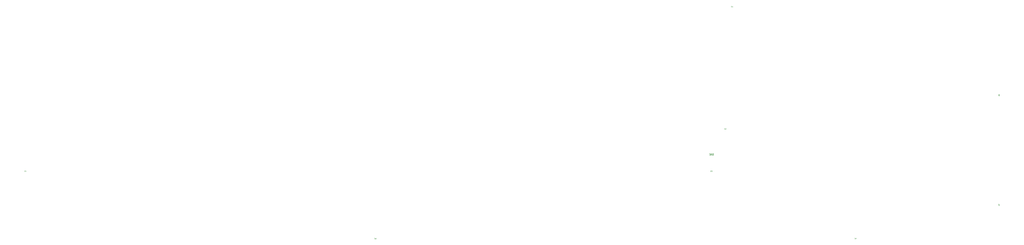
<source format=gbr>
%TF.GenerationSoftware,KiCad,Pcbnew,7.0.2*%
%TF.CreationDate,2023-07-13T16:44:56+10:00*%
%TF.ProjectId,W1-AT PCB,57312d41-5420-4504-9342-2e6b69636164,rev?*%
%TF.SameCoordinates,Original*%
%TF.FileFunction,Legend,Top*%
%TF.FilePolarity,Positive*%
%FSLAX46Y46*%
G04 Gerber Fmt 4.6, Leading zero omitted, Abs format (unit mm)*
G04 Created by KiCad (PCBNEW 7.0.2) date 2023-07-13 16:44:56*
%MOMM*%
%LPD*%
G01*
G04 APERTURE LIST*
%ADD10C,0.100000*%
%ADD11C,1.750000*%
%ADD12C,4.000000*%
%ADD13C,2.500000*%
%ADD14C,3.048000*%
%ADD15C,3.987800*%
%ADD16R,1.700000X1.700000*%
%ADD17O,1.700000X1.700000*%
G04 APERTURE END LIST*
D10*
%TO.C,S1*%
X171938988Y-98303000D02*
X171996131Y-98336333D01*
X171996131Y-98336333D02*
X172091369Y-98336333D01*
X172091369Y-98336333D02*
X172129464Y-98303000D01*
X172129464Y-98303000D02*
X172148512Y-98269666D01*
X172148512Y-98269666D02*
X172167559Y-98203000D01*
X172167559Y-98203000D02*
X172167559Y-98136333D01*
X172167559Y-98136333D02*
X172148512Y-98069666D01*
X172148512Y-98069666D02*
X172129464Y-98036333D01*
X172129464Y-98036333D02*
X172091369Y-98003000D01*
X172091369Y-98003000D02*
X172015178Y-97969666D01*
X172015178Y-97969666D02*
X171977083Y-97936333D01*
X171977083Y-97936333D02*
X171958036Y-97903000D01*
X171958036Y-97903000D02*
X171938988Y-97836333D01*
X171938988Y-97836333D02*
X171938988Y-97769666D01*
X171938988Y-97769666D02*
X171958036Y-97703000D01*
X171958036Y-97703000D02*
X171977083Y-97669666D01*
X171977083Y-97669666D02*
X172015178Y-97636333D01*
X172015178Y-97636333D02*
X172110417Y-97636333D01*
X172110417Y-97636333D02*
X172167559Y-97669666D01*
X172548511Y-98336333D02*
X172319940Y-98336333D01*
X172434226Y-98336333D02*
X172434226Y-97636333D01*
X172434226Y-97636333D02*
X172396130Y-97736333D01*
X172396130Y-97736333D02*
X172358035Y-97803000D01*
X172358035Y-97803000D02*
X172319940Y-97836333D01*
%TO.C,S4*%
X417207738Y-41153000D02*
X417264881Y-41186333D01*
X417264881Y-41186333D02*
X417360119Y-41186333D01*
X417360119Y-41186333D02*
X417398214Y-41153000D01*
X417398214Y-41153000D02*
X417417262Y-41119666D01*
X417417262Y-41119666D02*
X417436309Y-41053000D01*
X417436309Y-41053000D02*
X417436309Y-40986333D01*
X417436309Y-40986333D02*
X417417262Y-40919666D01*
X417417262Y-40919666D02*
X417398214Y-40886333D01*
X417398214Y-40886333D02*
X417360119Y-40853000D01*
X417360119Y-40853000D02*
X417283928Y-40819666D01*
X417283928Y-40819666D02*
X417245833Y-40786333D01*
X417245833Y-40786333D02*
X417226786Y-40753000D01*
X417226786Y-40753000D02*
X417207738Y-40686333D01*
X417207738Y-40686333D02*
X417207738Y-40619666D01*
X417207738Y-40619666D02*
X417226786Y-40553000D01*
X417226786Y-40553000D02*
X417245833Y-40519666D01*
X417245833Y-40519666D02*
X417283928Y-40486333D01*
X417283928Y-40486333D02*
X417379167Y-40486333D01*
X417379167Y-40486333D02*
X417436309Y-40519666D01*
X417779166Y-40719666D02*
X417779166Y-41186333D01*
X417683928Y-40453000D02*
X417588690Y-40953000D01*
X417588690Y-40953000D02*
X417836309Y-40953000D01*
%TO.C,S8*%
X510290500Y-71742261D02*
X510323833Y-71685118D01*
X510323833Y-71685118D02*
X510323833Y-71589880D01*
X510323833Y-71589880D02*
X510290500Y-71551785D01*
X510290500Y-71551785D02*
X510257166Y-71532737D01*
X510257166Y-71532737D02*
X510190500Y-71513690D01*
X510190500Y-71513690D02*
X510123833Y-71513690D01*
X510123833Y-71513690D02*
X510057166Y-71532737D01*
X510057166Y-71532737D02*
X510023833Y-71551785D01*
X510023833Y-71551785D02*
X509990500Y-71589880D01*
X509990500Y-71589880D02*
X509957166Y-71666071D01*
X509957166Y-71666071D02*
X509923833Y-71704166D01*
X509923833Y-71704166D02*
X509890500Y-71723213D01*
X509890500Y-71723213D02*
X509823833Y-71742261D01*
X509823833Y-71742261D02*
X509757166Y-71742261D01*
X509757166Y-71742261D02*
X509690500Y-71723213D01*
X509690500Y-71723213D02*
X509657166Y-71704166D01*
X509657166Y-71704166D02*
X509623833Y-71666071D01*
X509623833Y-71666071D02*
X509623833Y-71570832D01*
X509623833Y-71570832D02*
X509657166Y-71513690D01*
X509923833Y-71285119D02*
X509890500Y-71323214D01*
X509890500Y-71323214D02*
X509857166Y-71342261D01*
X509857166Y-71342261D02*
X509790500Y-71361309D01*
X509790500Y-71361309D02*
X509757166Y-71361309D01*
X509757166Y-71361309D02*
X509690500Y-71342261D01*
X509690500Y-71342261D02*
X509657166Y-71323214D01*
X509657166Y-71323214D02*
X509623833Y-71285119D01*
X509623833Y-71285119D02*
X509623833Y-71208928D01*
X509623833Y-71208928D02*
X509657166Y-71170833D01*
X509657166Y-71170833D02*
X509690500Y-71151785D01*
X509690500Y-71151785D02*
X509757166Y-71132738D01*
X509757166Y-71132738D02*
X509790500Y-71132738D01*
X509790500Y-71132738D02*
X509857166Y-71151785D01*
X509857166Y-71151785D02*
X509890500Y-71170833D01*
X509890500Y-71170833D02*
X509923833Y-71208928D01*
X509923833Y-71208928D02*
X509923833Y-71285119D01*
X509923833Y-71285119D02*
X509957166Y-71323214D01*
X509957166Y-71323214D02*
X509990500Y-71342261D01*
X509990500Y-71342261D02*
X510057166Y-71361309D01*
X510057166Y-71361309D02*
X510190500Y-71361309D01*
X510190500Y-71361309D02*
X510257166Y-71342261D01*
X510257166Y-71342261D02*
X510290500Y-71323214D01*
X510290500Y-71323214D02*
X510323833Y-71285119D01*
X510323833Y-71285119D02*
X510323833Y-71208928D01*
X510323833Y-71208928D02*
X510290500Y-71170833D01*
X510290500Y-71170833D02*
X510257166Y-71151785D01*
X510257166Y-71151785D02*
X510190500Y-71132738D01*
X510190500Y-71132738D02*
X510057166Y-71132738D01*
X510057166Y-71132738D02*
X509990500Y-71151785D01*
X509990500Y-71151785D02*
X509957166Y-71170833D01*
X509957166Y-71170833D02*
X509923833Y-71208928D01*
%TO.C,SW68*%
X409644941Y-92303000D02*
X409702084Y-92336333D01*
X409702084Y-92336333D02*
X409797322Y-92336333D01*
X409797322Y-92336333D02*
X409835417Y-92303000D01*
X409835417Y-92303000D02*
X409854465Y-92269666D01*
X409854465Y-92269666D02*
X409873512Y-92203000D01*
X409873512Y-92203000D02*
X409873512Y-92136333D01*
X409873512Y-92136333D02*
X409854465Y-92069666D01*
X409854465Y-92069666D02*
X409835417Y-92036333D01*
X409835417Y-92036333D02*
X409797322Y-92003000D01*
X409797322Y-92003000D02*
X409721131Y-91969666D01*
X409721131Y-91969666D02*
X409683036Y-91936333D01*
X409683036Y-91936333D02*
X409663989Y-91903000D01*
X409663989Y-91903000D02*
X409644941Y-91836333D01*
X409644941Y-91836333D02*
X409644941Y-91769666D01*
X409644941Y-91769666D02*
X409663989Y-91703000D01*
X409663989Y-91703000D02*
X409683036Y-91669666D01*
X409683036Y-91669666D02*
X409721131Y-91636333D01*
X409721131Y-91636333D02*
X409816370Y-91636333D01*
X409816370Y-91636333D02*
X409873512Y-91669666D01*
X410006845Y-91636333D02*
X410102083Y-92336333D01*
X410102083Y-92336333D02*
X410178274Y-91836333D01*
X410178274Y-91836333D02*
X410254464Y-92336333D01*
X410254464Y-92336333D02*
X410349703Y-91636333D01*
X410673512Y-91636333D02*
X410597322Y-91636333D01*
X410597322Y-91636333D02*
X410559226Y-91669666D01*
X410559226Y-91669666D02*
X410540179Y-91703000D01*
X410540179Y-91703000D02*
X410502084Y-91803000D01*
X410502084Y-91803000D02*
X410483036Y-91936333D01*
X410483036Y-91936333D02*
X410483036Y-92203000D01*
X410483036Y-92203000D02*
X410502084Y-92269666D01*
X410502084Y-92269666D02*
X410521131Y-92303000D01*
X410521131Y-92303000D02*
X410559226Y-92336333D01*
X410559226Y-92336333D02*
X410635417Y-92336333D01*
X410635417Y-92336333D02*
X410673512Y-92303000D01*
X410673512Y-92303000D02*
X410692560Y-92269666D01*
X410692560Y-92269666D02*
X410711607Y-92203000D01*
X410711607Y-92203000D02*
X410711607Y-92036333D01*
X410711607Y-92036333D02*
X410692560Y-91969666D01*
X410692560Y-91969666D02*
X410673512Y-91936333D01*
X410673512Y-91936333D02*
X410635417Y-91903000D01*
X410635417Y-91903000D02*
X410559226Y-91903000D01*
X410559226Y-91903000D02*
X410521131Y-91936333D01*
X410521131Y-91936333D02*
X410502084Y-91969666D01*
X410502084Y-91969666D02*
X410483036Y-92036333D01*
X410940178Y-91936333D02*
X410902083Y-91903000D01*
X410902083Y-91903000D02*
X410883036Y-91869666D01*
X410883036Y-91869666D02*
X410863988Y-91803000D01*
X410863988Y-91803000D02*
X410863988Y-91769666D01*
X410863988Y-91769666D02*
X410883036Y-91703000D01*
X410883036Y-91703000D02*
X410902083Y-91669666D01*
X410902083Y-91669666D02*
X410940178Y-91636333D01*
X410940178Y-91636333D02*
X411016369Y-91636333D01*
X411016369Y-91636333D02*
X411054464Y-91669666D01*
X411054464Y-91669666D02*
X411073512Y-91703000D01*
X411073512Y-91703000D02*
X411092559Y-91769666D01*
X411092559Y-91769666D02*
X411092559Y-91803000D01*
X411092559Y-91803000D02*
X411073512Y-91869666D01*
X411073512Y-91869666D02*
X411054464Y-91903000D01*
X411054464Y-91903000D02*
X411016369Y-91936333D01*
X411016369Y-91936333D02*
X410940178Y-91936333D01*
X410940178Y-91936333D02*
X410902083Y-91969666D01*
X410902083Y-91969666D02*
X410883036Y-92003000D01*
X410883036Y-92003000D02*
X410863988Y-92069666D01*
X410863988Y-92069666D02*
X410863988Y-92203000D01*
X410863988Y-92203000D02*
X410883036Y-92269666D01*
X410883036Y-92269666D02*
X410902083Y-92303000D01*
X410902083Y-92303000D02*
X410940178Y-92336333D01*
X410940178Y-92336333D02*
X411016369Y-92336333D01*
X411016369Y-92336333D02*
X411054464Y-92303000D01*
X411054464Y-92303000D02*
X411073512Y-92269666D01*
X411073512Y-92269666D02*
X411092559Y-92203000D01*
X411092559Y-92203000D02*
X411092559Y-92069666D01*
X411092559Y-92069666D02*
X411073512Y-92003000D01*
X411073512Y-92003000D02*
X411054464Y-91969666D01*
X411054464Y-91969666D02*
X411016369Y-91936333D01*
%TO.C,S5*%
X414794738Y-83253000D02*
X414851881Y-83286333D01*
X414851881Y-83286333D02*
X414947119Y-83286333D01*
X414947119Y-83286333D02*
X414985214Y-83253000D01*
X414985214Y-83253000D02*
X415004262Y-83219666D01*
X415004262Y-83219666D02*
X415023309Y-83153000D01*
X415023309Y-83153000D02*
X415023309Y-83086333D01*
X415023309Y-83086333D02*
X415004262Y-83019666D01*
X415004262Y-83019666D02*
X414985214Y-82986333D01*
X414985214Y-82986333D02*
X414947119Y-82953000D01*
X414947119Y-82953000D02*
X414870928Y-82919666D01*
X414870928Y-82919666D02*
X414832833Y-82886333D01*
X414832833Y-82886333D02*
X414813786Y-82853000D01*
X414813786Y-82853000D02*
X414794738Y-82786333D01*
X414794738Y-82786333D02*
X414794738Y-82719666D01*
X414794738Y-82719666D02*
X414813786Y-82653000D01*
X414813786Y-82653000D02*
X414832833Y-82619666D01*
X414832833Y-82619666D02*
X414870928Y-82586333D01*
X414870928Y-82586333D02*
X414966167Y-82586333D01*
X414966167Y-82586333D02*
X415023309Y-82619666D01*
X415385214Y-82586333D02*
X415194738Y-82586333D01*
X415194738Y-82586333D02*
X415175690Y-82919666D01*
X415175690Y-82919666D02*
X415194738Y-82886333D01*
X415194738Y-82886333D02*
X415232833Y-82853000D01*
X415232833Y-82853000D02*
X415328071Y-82853000D01*
X415328071Y-82853000D02*
X415366166Y-82886333D01*
X415366166Y-82886333D02*
X415385214Y-82919666D01*
X415385214Y-82919666D02*
X415404261Y-82986333D01*
X415404261Y-82986333D02*
X415404261Y-83153000D01*
X415404261Y-83153000D02*
X415385214Y-83219666D01*
X415385214Y-83219666D02*
X415366166Y-83253000D01*
X415366166Y-83253000D02*
X415328071Y-83286333D01*
X415328071Y-83286333D02*
X415232833Y-83286333D01*
X415232833Y-83286333D02*
X415194738Y-83253000D01*
X415194738Y-83253000D02*
X415175690Y-83219666D01*
%TO.C,S6*%
X410063988Y-98303000D02*
X410121131Y-98336333D01*
X410121131Y-98336333D02*
X410216369Y-98336333D01*
X410216369Y-98336333D02*
X410254464Y-98303000D01*
X410254464Y-98303000D02*
X410273512Y-98269666D01*
X410273512Y-98269666D02*
X410292559Y-98203000D01*
X410292559Y-98203000D02*
X410292559Y-98136333D01*
X410292559Y-98136333D02*
X410273512Y-98069666D01*
X410273512Y-98069666D02*
X410254464Y-98036333D01*
X410254464Y-98036333D02*
X410216369Y-98003000D01*
X410216369Y-98003000D02*
X410140178Y-97969666D01*
X410140178Y-97969666D02*
X410102083Y-97936333D01*
X410102083Y-97936333D02*
X410083036Y-97903000D01*
X410083036Y-97903000D02*
X410063988Y-97836333D01*
X410063988Y-97836333D02*
X410063988Y-97769666D01*
X410063988Y-97769666D02*
X410083036Y-97703000D01*
X410083036Y-97703000D02*
X410102083Y-97669666D01*
X410102083Y-97669666D02*
X410140178Y-97636333D01*
X410140178Y-97636333D02*
X410235417Y-97636333D01*
X410235417Y-97636333D02*
X410292559Y-97669666D01*
X410635416Y-97636333D02*
X410559226Y-97636333D01*
X410559226Y-97636333D02*
X410521130Y-97669666D01*
X410521130Y-97669666D02*
X410502083Y-97703000D01*
X410502083Y-97703000D02*
X410463988Y-97803000D01*
X410463988Y-97803000D02*
X410444940Y-97936333D01*
X410444940Y-97936333D02*
X410444940Y-98203000D01*
X410444940Y-98203000D02*
X410463988Y-98269666D01*
X410463988Y-98269666D02*
X410483035Y-98303000D01*
X410483035Y-98303000D02*
X410521130Y-98336333D01*
X410521130Y-98336333D02*
X410597321Y-98336333D01*
X410597321Y-98336333D02*
X410635416Y-98303000D01*
X410635416Y-98303000D02*
X410654464Y-98269666D01*
X410654464Y-98269666D02*
X410673511Y-98203000D01*
X410673511Y-98203000D02*
X410673511Y-98036333D01*
X410673511Y-98036333D02*
X410654464Y-97969666D01*
X410654464Y-97969666D02*
X410635416Y-97936333D01*
X410635416Y-97936333D02*
X410597321Y-97903000D01*
X410597321Y-97903000D02*
X410521130Y-97903000D01*
X410521130Y-97903000D02*
X410483035Y-97936333D01*
X410483035Y-97936333D02*
X410463988Y-97969666D01*
X410463988Y-97969666D02*
X410444940Y-98036333D01*
%TO.C,S7*%
X460070238Y-121353000D02*
X460127381Y-121386333D01*
X460127381Y-121386333D02*
X460222619Y-121386333D01*
X460222619Y-121386333D02*
X460260714Y-121353000D01*
X460260714Y-121353000D02*
X460279762Y-121319666D01*
X460279762Y-121319666D02*
X460298809Y-121253000D01*
X460298809Y-121253000D02*
X460298809Y-121186333D01*
X460298809Y-121186333D02*
X460279762Y-121119666D01*
X460279762Y-121119666D02*
X460260714Y-121086333D01*
X460260714Y-121086333D02*
X460222619Y-121053000D01*
X460222619Y-121053000D02*
X460146428Y-121019666D01*
X460146428Y-121019666D02*
X460108333Y-120986333D01*
X460108333Y-120986333D02*
X460089286Y-120953000D01*
X460089286Y-120953000D02*
X460070238Y-120886333D01*
X460070238Y-120886333D02*
X460070238Y-120819666D01*
X460070238Y-120819666D02*
X460089286Y-120753000D01*
X460089286Y-120753000D02*
X460108333Y-120719666D01*
X460108333Y-120719666D02*
X460146428Y-120686333D01*
X460146428Y-120686333D02*
X460241667Y-120686333D01*
X460241667Y-120686333D02*
X460298809Y-120719666D01*
X460432142Y-120686333D02*
X460698809Y-120686333D01*
X460698809Y-120686333D02*
X460527380Y-121386333D01*
%TO.C,S9*%
X510290500Y-109842261D02*
X510323833Y-109785118D01*
X510323833Y-109785118D02*
X510323833Y-109689880D01*
X510323833Y-109689880D02*
X510290500Y-109651785D01*
X510290500Y-109651785D02*
X510257166Y-109632737D01*
X510257166Y-109632737D02*
X510190500Y-109613690D01*
X510190500Y-109613690D02*
X510123833Y-109613690D01*
X510123833Y-109613690D02*
X510057166Y-109632737D01*
X510057166Y-109632737D02*
X510023833Y-109651785D01*
X510023833Y-109651785D02*
X509990500Y-109689880D01*
X509990500Y-109689880D02*
X509957166Y-109766071D01*
X509957166Y-109766071D02*
X509923833Y-109804166D01*
X509923833Y-109804166D02*
X509890500Y-109823213D01*
X509890500Y-109823213D02*
X509823833Y-109842261D01*
X509823833Y-109842261D02*
X509757166Y-109842261D01*
X509757166Y-109842261D02*
X509690500Y-109823213D01*
X509690500Y-109823213D02*
X509657166Y-109804166D01*
X509657166Y-109804166D02*
X509623833Y-109766071D01*
X509623833Y-109766071D02*
X509623833Y-109670832D01*
X509623833Y-109670832D02*
X509657166Y-109613690D01*
X510323833Y-109423214D02*
X510323833Y-109347023D01*
X510323833Y-109347023D02*
X510290500Y-109308928D01*
X510290500Y-109308928D02*
X510257166Y-109289880D01*
X510257166Y-109289880D02*
X510157166Y-109251785D01*
X510157166Y-109251785D02*
X510023833Y-109232738D01*
X510023833Y-109232738D02*
X509757166Y-109232738D01*
X509757166Y-109232738D02*
X509690500Y-109251785D01*
X509690500Y-109251785D02*
X509657166Y-109270833D01*
X509657166Y-109270833D02*
X509623833Y-109308928D01*
X509623833Y-109308928D02*
X509623833Y-109385119D01*
X509623833Y-109385119D02*
X509657166Y-109423214D01*
X509657166Y-109423214D02*
X509690500Y-109442261D01*
X509690500Y-109442261D02*
X509757166Y-109461309D01*
X509757166Y-109461309D02*
X509923833Y-109461309D01*
X509923833Y-109461309D02*
X509990500Y-109442261D01*
X509990500Y-109442261D02*
X510023833Y-109423214D01*
X510023833Y-109423214D02*
X510057166Y-109385119D01*
X510057166Y-109385119D02*
X510057166Y-109308928D01*
X510057166Y-109308928D02*
X510023833Y-109270833D01*
X510023833Y-109270833D02*
X509990500Y-109251785D01*
X509990500Y-109251785D02*
X509923833Y-109232738D01*
%TO.C,S3*%
X293382738Y-121336097D02*
X293439881Y-121369430D01*
X293439881Y-121369430D02*
X293535119Y-121369430D01*
X293535119Y-121369430D02*
X293573214Y-121336097D01*
X293573214Y-121336097D02*
X293592262Y-121302763D01*
X293592262Y-121302763D02*
X293611309Y-121236097D01*
X293611309Y-121236097D02*
X293611309Y-121169430D01*
X293611309Y-121169430D02*
X293592262Y-121102763D01*
X293592262Y-121102763D02*
X293573214Y-121069430D01*
X293573214Y-121069430D02*
X293535119Y-121036097D01*
X293535119Y-121036097D02*
X293458928Y-121002763D01*
X293458928Y-121002763D02*
X293420833Y-120969430D01*
X293420833Y-120969430D02*
X293401786Y-120936097D01*
X293401786Y-120936097D02*
X293382738Y-120869430D01*
X293382738Y-120869430D02*
X293382738Y-120802763D01*
X293382738Y-120802763D02*
X293401786Y-120736097D01*
X293401786Y-120736097D02*
X293420833Y-120702763D01*
X293420833Y-120702763D02*
X293458928Y-120669430D01*
X293458928Y-120669430D02*
X293554167Y-120669430D01*
X293554167Y-120669430D02*
X293611309Y-120702763D01*
X293744642Y-120669430D02*
X293992261Y-120669430D01*
X293992261Y-120669430D02*
X293858928Y-120936097D01*
X293858928Y-120936097D02*
X293916071Y-120936097D01*
X293916071Y-120936097D02*
X293954166Y-120969430D01*
X293954166Y-120969430D02*
X293973214Y-121002763D01*
X293973214Y-121002763D02*
X293992261Y-121069430D01*
X293992261Y-121069430D02*
X293992261Y-121236097D01*
X293992261Y-121236097D02*
X293973214Y-121302763D01*
X293973214Y-121302763D02*
X293954166Y-121336097D01*
X293954166Y-121336097D02*
X293916071Y-121369430D01*
X293916071Y-121369430D02*
X293801785Y-121369430D01*
X293801785Y-121369430D02*
X293763690Y-121336097D01*
X293763690Y-121336097D02*
X293744642Y-121302763D01*
%TD*%
%LPC*%
D11*
%TO.C,SW2*%
X112395000Y-42862500D03*
D12*
X117475000Y-42862500D03*
D11*
X122555000Y-42862500D03*
D13*
X113665000Y-40322500D03*
X120015000Y-37782500D03*
%TD*%
D11*
%TO.C,SW56*%
X355282500Y-61912500D03*
D12*
X360362500Y-61912500D03*
D11*
X365442500Y-61912500D03*
D13*
X356552500Y-59372500D03*
X362902500Y-56832500D03*
%TD*%
D14*
%TO.C,S1*%
X160305750Y-93027500D03*
D15*
X160305750Y-108237500D03*
D14*
X184181750Y-93027500D03*
D15*
X184181750Y-108237500D03*
%TD*%
D11*
%TO.C,SW33*%
X236220000Y-100012500D03*
D12*
X241300000Y-100012500D03*
D11*
X246380000Y-100012500D03*
D13*
X237490000Y-97472500D03*
X243840000Y-94932500D03*
%TD*%
D11*
%TO.C,SW49*%
X321945000Y-80962500D03*
D12*
X327025000Y-80962500D03*
D11*
X332105000Y-80962500D03*
D13*
X323215000Y-78422500D03*
X329565000Y-75882500D03*
%TD*%
D11*
%TO.C,SW78*%
X508000000Y-124142500D03*
D12*
X508000000Y-119062500D03*
D11*
X508000000Y-113982500D03*
D13*
X505460000Y-122872500D03*
X502920000Y-116522500D03*
%TD*%
D14*
%TO.C,S4*%
X405574500Y-35877500D03*
D15*
X405574500Y-51087500D03*
D14*
X429450500Y-35877500D03*
D15*
X429450500Y-51087500D03*
%TD*%
D11*
%TO.C,SW63*%
X369570000Y-119062500D03*
D12*
X374650000Y-119062500D03*
D11*
X379730000Y-119062500D03*
D13*
X370840000Y-116522500D03*
X377190000Y-113982500D03*
%TD*%
D11*
%TO.C,SW51*%
X326707500Y-42862500D03*
D12*
X331787500Y-42862500D03*
D11*
X336867500Y-42862500D03*
D13*
X327977500Y-40322500D03*
X334327500Y-37782500D03*
%TD*%
D11*
%TO.C,SW52*%
X336232500Y-61912500D03*
D12*
X341312500Y-61912500D03*
D11*
X346392500Y-61912500D03*
D13*
X337502500Y-59372500D03*
X343852500Y-56832500D03*
%TD*%
D11*
%TO.C,SW7*%
X131445000Y-42862500D03*
D12*
X136525000Y-42862500D03*
D11*
X141605000Y-42862500D03*
D13*
X132715000Y-40322500D03*
X139065000Y-37782500D03*
%TD*%
D12*
%TO.C,H5*%
X231769670Y-131570001D03*
%TD*%
%TO.C,H2*%
X461149670Y-131575379D03*
%TD*%
D11*
%TO.C,SW97*%
X455295000Y-119062500D03*
D12*
X460375000Y-119062500D03*
D11*
X465455000Y-119062500D03*
D13*
X456565000Y-116522500D03*
X462915000Y-113982500D03*
%TD*%
D11*
%TO.C,SW70*%
X417195000Y-61912500D03*
D12*
X422275000Y-61912500D03*
D11*
X427355000Y-61912500D03*
D13*
X418465000Y-59372500D03*
X424815000Y-56832500D03*
%TD*%
D11*
%TO.C,SW30*%
X231457500Y-42862500D03*
D12*
X236537500Y-42862500D03*
D11*
X241617500Y-42862500D03*
D13*
X232727500Y-40322500D03*
X239077500Y-37782500D03*
%TD*%
D11*
%TO.C,SW37*%
X255270000Y-100012500D03*
D12*
X260350000Y-100012500D03*
D11*
X265430000Y-100012500D03*
D13*
X256540000Y-97472500D03*
X262890000Y-94932500D03*
%TD*%
D11*
%TO.C,SW81*%
X483870000Y-80962500D03*
D12*
X488950000Y-80962500D03*
D11*
X494030000Y-80962500D03*
D13*
X485140000Y-78422500D03*
X491490000Y-75882500D03*
%TD*%
D11*
%TO.C,SW14*%
X162401250Y-80962500D03*
D12*
X167481250Y-80962500D03*
D11*
X172561250Y-80962500D03*
D13*
X163671250Y-78422500D03*
X170021250Y-75882500D03*
%TD*%
D12*
%TO.C,H7*%
X461169670Y-30340001D03*
%TD*%
D11*
%TO.C,SW31*%
X240982500Y-61912500D03*
D12*
X246062500Y-61912500D03*
D11*
X251142500Y-61912500D03*
D13*
X242252500Y-59372500D03*
X248602500Y-56832500D03*
%TD*%
D11*
%TO.C,SW40*%
X279082500Y-61912500D03*
D12*
X284162500Y-61912500D03*
D11*
X289242500Y-61912500D03*
D13*
X280352500Y-59372500D03*
X286702500Y-56832500D03*
%TD*%
D11*
%TO.C,SW6*%
X112395000Y-119062500D03*
D12*
X117475000Y-119062500D03*
D11*
X122555000Y-119062500D03*
D13*
X113665000Y-116522500D03*
X120015000Y-113982500D03*
%TD*%
D11*
%TO.C,SW93*%
X445770000Y-80962500D03*
D12*
X450850000Y-80962500D03*
D11*
X455930000Y-80962500D03*
D13*
X447040000Y-78422500D03*
X453390000Y-75882500D03*
%TD*%
D11*
%TO.C,SW19*%
X188595000Y-80962500D03*
D12*
X193675000Y-80962500D03*
D11*
X198755000Y-80962500D03*
D13*
X189865000Y-78422500D03*
X196215000Y-75882500D03*
%TD*%
D11*
%TO.C,SW92*%
X395763750Y-100012500D03*
D12*
X400843750Y-100012500D03*
D11*
X405923750Y-100012500D03*
D13*
X397033750Y-97472500D03*
X403383750Y-94932500D03*
%TD*%
D11*
%TO.C,SW18*%
X183832500Y-61912500D03*
D12*
X188912500Y-61912500D03*
D11*
X193992500Y-61912500D03*
D13*
X185102500Y-59372500D03*
X191452500Y-56832500D03*
%TD*%
D11*
%TO.C,SW58*%
X350520000Y-100012500D03*
D12*
X355600000Y-100012500D03*
D11*
X360680000Y-100012500D03*
D13*
X351790000Y-97472500D03*
X358140000Y-94932500D03*
%TD*%
D11*
%TO.C,SW3*%
X112395000Y-61912500D03*
D12*
X117475000Y-61912500D03*
D11*
X122555000Y-61912500D03*
D13*
X113665000Y-59372500D03*
X120015000Y-56832500D03*
%TD*%
D11*
%TO.C,SW83*%
X464820000Y-119062500D03*
D12*
X469900000Y-119062500D03*
D11*
X474980000Y-119062500D03*
D13*
X466090000Y-116522500D03*
X472440000Y-113982500D03*
%TD*%
D12*
%TO.C,H10*%
X355579670Y-131580001D03*
%TD*%
%TO.C,H11*%
X123819670Y-30315379D03*
%TD*%
D11*
%TO.C,SW41*%
X283845000Y-80962500D03*
D12*
X288925000Y-80962500D03*
D11*
X294005000Y-80962500D03*
D13*
X285115000Y-78422500D03*
X291465000Y-75882500D03*
%TD*%
D11*
%TO.C,SW16*%
X160020000Y-119062500D03*
D12*
X165100000Y-119062500D03*
D11*
X170180000Y-119062500D03*
D13*
X161290000Y-116522500D03*
X167640000Y-113982500D03*
%TD*%
D11*
%TO.C,SW45*%
X302895000Y-80962500D03*
D12*
X307975000Y-80962500D03*
D11*
X313055000Y-80962500D03*
D13*
X304165000Y-78422500D03*
X310515000Y-75882500D03*
%TD*%
D11*
%TO.C,SW44*%
X298132500Y-61912500D03*
D12*
X303212500Y-61912500D03*
D11*
X308292500Y-61912500D03*
D13*
X299402500Y-59372500D03*
X305752500Y-56832500D03*
%TD*%
D11*
%TO.C,SW24*%
X207645000Y-80962500D03*
D12*
X212725000Y-80962500D03*
D11*
X217805000Y-80962500D03*
D13*
X208915000Y-78422500D03*
X215265000Y-75882500D03*
%TD*%
D11*
%TO.C,SW35*%
X260032500Y-61912500D03*
D12*
X265112500Y-61912500D03*
D11*
X270192500Y-61912500D03*
D13*
X261302500Y-59372500D03*
X267652500Y-56832500D03*
%TD*%
D11*
%TO.C,SW10*%
X131445000Y-100012500D03*
D12*
X136525000Y-100012500D03*
D11*
X141605000Y-100012500D03*
D13*
X132715000Y-97472500D03*
X139065000Y-94932500D03*
%TD*%
D14*
%TO.C,S8*%
X514985000Y-59499500D03*
D15*
X499775000Y-59499500D03*
D14*
X514985000Y-83375500D03*
D15*
X499775000Y-83375500D03*
%TD*%
D11*
%TO.C,SW48*%
X317182500Y-61912500D03*
D12*
X322262500Y-61912500D03*
D11*
X327342500Y-61912500D03*
D13*
X318452500Y-59372500D03*
X324802500Y-56832500D03*
%TD*%
D11*
%TO.C,SW68*%
X405288750Y-100012500D03*
D12*
X410368750Y-100012500D03*
D11*
X415448750Y-100012500D03*
D13*
X406558750Y-97472500D03*
X412908750Y-94932500D03*
%TD*%
D11*
%TO.C,SW84*%
X502920000Y-42862500D03*
D12*
X508000000Y-42862500D03*
D11*
X513080000Y-42862500D03*
D13*
X504190000Y-40322500D03*
X510540000Y-37782500D03*
%TD*%
D14*
%TO.C,S5*%
X427037500Y-87947500D03*
D15*
X427037500Y-72737500D03*
D14*
X403161500Y-87947500D03*
D15*
X403161500Y-72737500D03*
%TD*%
D11*
%TO.C,SW77*%
X464820000Y-100012500D03*
D12*
X469900000Y-100012500D03*
D11*
X474980000Y-100012500D03*
D13*
X466090000Y-97472500D03*
X472440000Y-94932500D03*
%TD*%
D11*
%TO.C,SW74*%
X464820000Y-42862500D03*
D12*
X469900000Y-42862500D03*
D11*
X474980000Y-42862500D03*
D13*
X466090000Y-40322500D03*
X472440000Y-37782500D03*
%TD*%
D11*
%TO.C,SW86*%
X508000000Y-86042500D03*
D12*
X508000000Y-80962500D03*
D11*
X508000000Y-75882500D03*
D13*
X505460000Y-84772500D03*
X502920000Y-78422500D03*
%TD*%
D14*
%TO.C,S6*%
X398430750Y-93027500D03*
D15*
X398430750Y-108237500D03*
D14*
X422306750Y-93027500D03*
D15*
X422306750Y-108237500D03*
%TD*%
D11*
%TO.C,SW75*%
X464820000Y-61912500D03*
D12*
X469900000Y-61912500D03*
D11*
X474980000Y-61912500D03*
D13*
X466090000Y-59372500D03*
X472440000Y-56832500D03*
%TD*%
D11*
%TO.C,SW54*%
X331470000Y-100012500D03*
D12*
X336550000Y-100012500D03*
D11*
X341630000Y-100012500D03*
D13*
X332740000Y-97472500D03*
X339090000Y-94932500D03*
%TD*%
D14*
%TO.C,S7*%
X472313000Y-126047500D03*
D15*
X472313000Y-110837500D03*
D14*
X448437000Y-126047500D03*
D15*
X448437000Y-110837500D03*
%TD*%
D11*
%TO.C,SW50*%
X312420000Y-100012500D03*
D12*
X317500000Y-100012500D03*
D11*
X322580000Y-100012500D03*
D13*
X313690000Y-97472500D03*
X320040000Y-94932500D03*
%TD*%
D12*
%TO.C,H3*%
X130949670Y-131570001D03*
%TD*%
D11*
%TO.C,SW42*%
X274320000Y-100012500D03*
D12*
X279400000Y-100012500D03*
D11*
X284480000Y-100012500D03*
D13*
X275590000Y-97472500D03*
X281940000Y-94932500D03*
%TD*%
D11*
%TO.C,SW28*%
X226695000Y-80962500D03*
D12*
X231775000Y-80962500D03*
D11*
X236855000Y-80962500D03*
D13*
X227965000Y-78422500D03*
X234315000Y-75882500D03*
%TD*%
D11*
%TO.C,SW23*%
X202882500Y-61912500D03*
D12*
X207962500Y-61912500D03*
D11*
X213042500Y-61912500D03*
D13*
X204152500Y-59372500D03*
X210502500Y-56832500D03*
%TD*%
D11*
%TO.C,SW38*%
X288607500Y-119045597D03*
D12*
X293687500Y-119045597D03*
D11*
X298767500Y-119045597D03*
D13*
X289877500Y-116505597D03*
X296227500Y-113965597D03*
%TD*%
D11*
%TO.C,SW20*%
X179070000Y-100012500D03*
D12*
X184150000Y-100012500D03*
D11*
X189230000Y-100012500D03*
D13*
X180340000Y-97472500D03*
X186690000Y-94932500D03*
%TD*%
D11*
%TO.C,SW47*%
X307657500Y-42862500D03*
D12*
X312737500Y-42862500D03*
D11*
X317817500Y-42862500D03*
D13*
X308927500Y-40322500D03*
X315277500Y-37782500D03*
%TD*%
D11*
%TO.C,SW73*%
X417195000Y-119062500D03*
D12*
X422275000Y-119062500D03*
D11*
X427355000Y-119062500D03*
D13*
X418465000Y-116522500D03*
X424815000Y-113982500D03*
%TD*%
D11*
%TO.C,SW87*%
X508000000Y-114617500D03*
D12*
X508000000Y-109537500D03*
D11*
X508000000Y-104457500D03*
D13*
X505460000Y-113347500D03*
X502920000Y-106997500D03*
%TD*%
D11*
%TO.C,SW12*%
X155257500Y-42862500D03*
D12*
X160337500Y-42862500D03*
D11*
X165417500Y-42862500D03*
D13*
X156527500Y-40322500D03*
X162877500Y-37782500D03*
%TD*%
D12*
%TO.C,H8*%
X495284972Y-131565379D03*
%TD*%
D11*
%TO.C,SW62*%
X369570000Y-100012500D03*
D12*
X374650000Y-100012500D03*
D11*
X379730000Y-100012500D03*
D13*
X370840000Y-97472500D03*
X377190000Y-94932500D03*
%TD*%
D12*
%TO.C,H9*%
X404804972Y-131565379D03*
%TD*%
D11*
%TO.C,SW22*%
X193357500Y-42862500D03*
D12*
X198437500Y-42862500D03*
D11*
X203517500Y-42862500D03*
D13*
X194627500Y-40322500D03*
X200977500Y-37782500D03*
%TD*%
D11*
%TO.C,SW89*%
X157638750Y-80962500D03*
D12*
X162718750Y-80962500D03*
D11*
X167798750Y-80962500D03*
D13*
X158908750Y-78422500D03*
X165258750Y-75882500D03*
%TD*%
D12*
%TO.C,H14*%
X504809670Y-30330001D03*
%TD*%
D11*
%TO.C,SW76*%
X464820000Y-80962500D03*
D12*
X469900000Y-80962500D03*
D11*
X474980000Y-80962500D03*
D13*
X466090000Y-78422500D03*
X472440000Y-75882500D03*
%TD*%
D12*
%TO.C,H1*%
X417499670Y-30320001D03*
%TD*%
D11*
%TO.C,SW21*%
X207645000Y-119062500D03*
D12*
X212725000Y-119062500D03*
D11*
X217805000Y-119062500D03*
D13*
X208915000Y-116522500D03*
X215265000Y-113982500D03*
%TD*%
D11*
%TO.C,SW82*%
X483870000Y-100012500D03*
D12*
X488950000Y-100012500D03*
D11*
X494030000Y-100012500D03*
D13*
X485140000Y-97472500D03*
X491490000Y-94932500D03*
%TD*%
D14*
%TO.C,S9*%
X514985000Y-97599500D03*
D15*
X499775000Y-97599500D03*
D14*
X514985000Y-121475500D03*
D15*
X499775000Y-121475500D03*
%TD*%
D11*
%TO.C,SW91*%
X445770000Y-61912500D03*
D12*
X450850000Y-61912500D03*
D11*
X455930000Y-61912500D03*
D13*
X447040000Y-59372500D03*
X453390000Y-56832500D03*
%TD*%
D11*
%TO.C,SW65*%
X393382500Y-61912500D03*
D12*
X398462500Y-61912500D03*
D11*
X403542500Y-61912500D03*
D13*
X394652500Y-59372500D03*
X401002500Y-56832500D03*
%TD*%
D11*
%TO.C,SW96*%
X445770000Y-100012500D03*
D12*
X450850000Y-100012500D03*
D11*
X455930000Y-100012500D03*
D13*
X447040000Y-97472500D03*
X453390000Y-94932500D03*
%TD*%
D11*
%TO.C,SW69*%
X402907500Y-42862500D03*
D12*
X407987500Y-42862500D03*
D11*
X413067500Y-42862500D03*
D13*
X404177500Y-40322500D03*
X410527500Y-37782500D03*
%TD*%
D11*
%TO.C,SW34*%
X250507500Y-42862500D03*
D12*
X255587500Y-42862500D03*
D11*
X260667500Y-42862500D03*
D13*
X251777500Y-40322500D03*
X258127500Y-37782500D03*
%TD*%
D11*
%TO.C,SW79*%
X483870000Y-42862500D03*
D12*
X488950000Y-42862500D03*
D11*
X494030000Y-42862500D03*
D13*
X485140000Y-40322500D03*
X491490000Y-37782500D03*
%TD*%
D11*
%TO.C,SW60*%
X374332500Y-61912500D03*
D12*
X379412500Y-61912500D03*
D11*
X384492500Y-61912500D03*
D13*
X375602500Y-59372500D03*
X381952500Y-56832500D03*
%TD*%
D11*
%TO.C,SW15*%
X167163750Y-100012500D03*
D12*
X172243750Y-100012500D03*
D11*
X177323750Y-100012500D03*
D13*
X168433750Y-97472500D03*
X174783750Y-94932500D03*
%TD*%
D11*
%TO.C,SW39*%
X269557500Y-42862500D03*
D12*
X274637500Y-42862500D03*
D11*
X279717500Y-42862500D03*
D13*
X270827500Y-40322500D03*
X277177500Y-37782500D03*
%TD*%
D11*
%TO.C,SW67*%
X445770000Y-42862500D03*
D12*
X450850000Y-42862500D03*
D11*
X455930000Y-42862500D03*
D13*
X447040000Y-40322500D03*
X453390000Y-37782500D03*
%TD*%
D12*
%TO.C,H13*%
X328504972Y-30315379D03*
%TD*%
%TO.C,H4*%
X158739670Y-131585379D03*
%TD*%
D11*
%TO.C,SW72*%
X421894000Y-100012500D03*
D12*
X426974000Y-100012500D03*
D11*
X432054000Y-100012500D03*
D13*
X423164000Y-97472500D03*
X429514000Y-94932500D03*
%TD*%
D11*
%TO.C,SW27*%
X221932500Y-61912500D03*
D12*
X227012500Y-61912500D03*
D11*
X232092500Y-61912500D03*
D13*
X223202500Y-59372500D03*
X229552500Y-56832500D03*
%TD*%
D11*
%TO.C,SW95*%
X508000000Y-105092500D03*
D12*
X508000000Y-100012500D03*
D11*
X508000000Y-94932500D03*
D13*
X505460000Y-103822500D03*
X502920000Y-97472500D03*
%TD*%
D11*
%TO.C,SW5*%
X112395000Y-100012500D03*
D12*
X117475000Y-100012500D03*
D11*
X122555000Y-100012500D03*
D13*
X113665000Y-97472500D03*
X120015000Y-94932500D03*
%TD*%
D11*
%TO.C,SW80*%
X483870000Y-61912500D03*
D12*
X488950000Y-61912500D03*
D11*
X494030000Y-61912500D03*
D13*
X485140000Y-59372500D03*
X491490000Y-56832500D03*
%TD*%
D11*
%TO.C,SW94*%
X508000000Y-66992500D03*
D12*
X508000000Y-61912500D03*
D11*
X508000000Y-56832500D03*
D13*
X505460000Y-65722500D03*
X502920000Y-59372500D03*
%TD*%
D11*
%TO.C,SW26*%
X212407500Y-42862500D03*
D12*
X217487500Y-42862500D03*
D11*
X222567500Y-42862500D03*
D13*
X213677500Y-40322500D03*
X220027500Y-37782500D03*
%TD*%
D11*
%TO.C,SW4*%
X112375920Y-80962500D03*
D12*
X117455920Y-80962500D03*
D11*
X122535920Y-80962500D03*
D13*
X113645920Y-78422500D03*
X119995920Y-75882500D03*
%TD*%
D14*
%TO.C,S3*%
X350837500Y-126030597D03*
D15*
X350837500Y-110820597D03*
D14*
X236537500Y-126030597D03*
D15*
X236537500Y-110820597D03*
%TD*%
D11*
%TO.C,SW46*%
X293370000Y-100012500D03*
D12*
X298450000Y-100012500D03*
D11*
X303530000Y-100012500D03*
D13*
X294640000Y-97472500D03*
X300990000Y-94932500D03*
%TD*%
D11*
%TO.C,SW98*%
X445770000Y-119062500D03*
D12*
X450850000Y-119062500D03*
D11*
X455930000Y-119062500D03*
D13*
X447040000Y-116522500D03*
X453390000Y-113982500D03*
%TD*%
D11*
%TO.C,SW61*%
X379095000Y-80962500D03*
D12*
X384175000Y-80962500D03*
D11*
X389255000Y-80962500D03*
D13*
X380365000Y-78422500D03*
X386715000Y-75882500D03*
%TD*%
D11*
%TO.C,SW11*%
X131445000Y-119062500D03*
D12*
X136525000Y-119062500D03*
D11*
X141605000Y-119062500D03*
D13*
X132715000Y-116522500D03*
X139065000Y-113982500D03*
%TD*%
D11*
%TO.C,SW43*%
X288607500Y-42862500D03*
D12*
X293687500Y-42862500D03*
D11*
X298767500Y-42862500D03*
D13*
X289877500Y-40322500D03*
X296227500Y-37782500D03*
%TD*%
D12*
%TO.C,H12*%
X160329670Y-30325379D03*
%TD*%
D11*
%TO.C,SW85*%
X508000000Y-76517500D03*
D12*
X508000000Y-71437500D03*
D11*
X508000000Y-66357500D03*
D13*
X505460000Y-75247500D03*
X502920000Y-68897500D03*
%TD*%
D11*
%TO.C,SW53*%
X340995000Y-80962500D03*
D12*
X346075000Y-80962500D03*
D11*
X351155000Y-80962500D03*
D13*
X342265000Y-78422500D03*
X348615000Y-75882500D03*
%TD*%
D11*
%TO.C,SW32*%
X245745000Y-80962500D03*
D12*
X250825000Y-80962500D03*
D11*
X255905000Y-80962500D03*
D13*
X247015000Y-78422500D03*
X253365000Y-75882500D03*
%TD*%
D11*
%TO.C,SW36*%
X264795000Y-80962500D03*
D12*
X269875000Y-80962500D03*
D11*
X274955000Y-80962500D03*
D13*
X266065000Y-78422500D03*
X272415000Y-75882500D03*
%TD*%
D12*
%TO.C,H6*%
X239784972Y-30325379D03*
%TD*%
D11*
%TO.C,SW71*%
X410019500Y-80962500D03*
D12*
X415099500Y-80962500D03*
D11*
X420179500Y-80962500D03*
D13*
X411289500Y-78422500D03*
X417639500Y-75882500D03*
%TD*%
D11*
%TO.C,SW64*%
X383857500Y-42862500D03*
D12*
X388937500Y-42862500D03*
D11*
X394017500Y-42862500D03*
D13*
X385127500Y-40322500D03*
X391477500Y-37782500D03*
%TD*%
D11*
%TO.C,SW88*%
X483870000Y-119062500D03*
D12*
X488950000Y-119062500D03*
D11*
X494030000Y-119062500D03*
D13*
X485140000Y-116522500D03*
X491490000Y-113982500D03*
%TD*%
D11*
%TO.C,SW29*%
X217170000Y-100012500D03*
D12*
X222250000Y-100012500D03*
D11*
X227330000Y-100012500D03*
D13*
X218440000Y-97472500D03*
X224790000Y-94932500D03*
%TD*%
D11*
%TO.C,SW99*%
X421957500Y-42862500D03*
D12*
X427037500Y-42862500D03*
D11*
X432117500Y-42862500D03*
D13*
X423227500Y-40322500D03*
X429577500Y-37782500D03*
%TD*%
D11*
%TO.C,SW17*%
X174307500Y-42862500D03*
D12*
X179387500Y-42862500D03*
D11*
X184467500Y-42862500D03*
D13*
X175577500Y-40322500D03*
X181927500Y-37782500D03*
%TD*%
D11*
%TO.C,SW55*%
X345757500Y-42862500D03*
D12*
X350837500Y-42862500D03*
D11*
X355917500Y-42862500D03*
D13*
X347027500Y-40322500D03*
X353377500Y-37782500D03*
%TD*%
D11*
%TO.C,SW25*%
X198120000Y-100012500D03*
D12*
X203200000Y-100012500D03*
D11*
X208280000Y-100012500D03*
D13*
X199390000Y-97472500D03*
X205740000Y-94932500D03*
%TD*%
D11*
%TO.C,SW9*%
X131445000Y-80962500D03*
D12*
X136525000Y-80962500D03*
D11*
X141605000Y-80962500D03*
D13*
X132715000Y-78422500D03*
X139065000Y-75882500D03*
%TD*%
D11*
%TO.C,SW57*%
X360045000Y-80962500D03*
D12*
X365125000Y-80962500D03*
D11*
X370205000Y-80962500D03*
D13*
X361315000Y-78422500D03*
X367665000Y-75882500D03*
%TD*%
D11*
%TO.C,SW59*%
X364807500Y-42862500D03*
D12*
X369887500Y-42862500D03*
D11*
X374967500Y-42862500D03*
D13*
X366077500Y-40322500D03*
X372427500Y-37782500D03*
%TD*%
D11*
%TO.C,SW8*%
X131445000Y-61912500D03*
D12*
X136525000Y-61912500D03*
D11*
X141605000Y-61912500D03*
D13*
X132715000Y-59372500D03*
X139065000Y-56832500D03*
%TD*%
D11*
%TO.C,SW13*%
X160020000Y-61912500D03*
D12*
X165100000Y-61912500D03*
D11*
X170180000Y-61912500D03*
D13*
X161290000Y-59372500D03*
X167640000Y-56832500D03*
%TD*%
D11*
%TO.C,SW90*%
X157638750Y-100012500D03*
D12*
X162718750Y-100012500D03*
D11*
X167798750Y-100012500D03*
D13*
X158908750Y-97472500D03*
X165258750Y-94932500D03*
%TD*%
D11*
%TO.C,SW66*%
X412432500Y-42862500D03*
D12*
X417512500Y-42862500D03*
D11*
X422592500Y-42862500D03*
D13*
X413702500Y-40322500D03*
X420052500Y-37782500D03*
%TD*%
D16*
%TO.C,J2*%
X110121670Y-64008000D03*
D17*
X110121670Y-66548000D03*
X110121670Y-69088000D03*
X110121670Y-71628000D03*
X110121670Y-74168000D03*
%TD*%
%LPD*%
M02*

</source>
